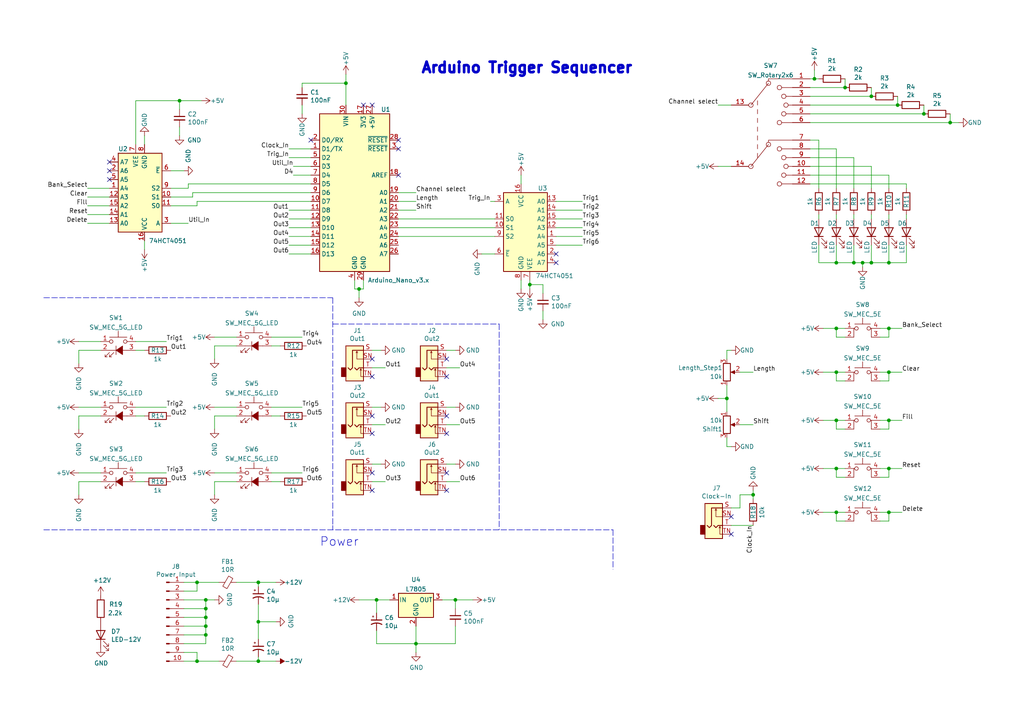
<source format=kicad_sch>
(kicad_sch (version 20211123) (generator eeschema)
  (paper "A4")
  (lib_symbols
    (symbol "74xx:74HCT4051"
      (property "Reference" "U" (at -5.08 11.43 0))
      (property "Value" "74HCT4051" (at -7.62 -13.97 0))
      (symbol "74HCT4051_1_1"
        (pin passive line (at 10.16 -2.54 180) (length 2.54) (name "A4") (number "1"))
        (pin input line (at -7.62 0 0) (length 2.54) (name "S1") (number "10"))
        (pin input line (at -7.62 2.54 0) (length 2.54) (name "S0") (number "11"))
        (pin passive line (at 10.16 0 180) (length 2.54) (name "A3") (number "12"))
        (pin passive line (at 10.16 7.62 180) (length 2.54) (name "A0") (number "13"))
        (pin passive line (at 10.16 5.08 180) (length 2.54) (name "A1") (number "14"))
        (pin passive line (at 10.16 2.54 180) (length 2.54) (name "A2") (number "15"))
        (pin power_in line (at 0 12.7 270) (length 2.54) (name "VCC") (number "16"))
        (pin passive line (at 10.16 -7.62 180) (length 2.54) (name "A6") (number "2"))
        (pin passive line (at -7.62 7.62 0) (length 2.54) (name "A") (number "3"))
        (pin passive line (at 10.16 -10.16 180) (length 2.54) (name "A7") (number "4"))
        (pin passive line (at 10.16 -5.08 180) (length 2.54) (name "A5") (number "5"))
        (pin input line (at -7.62 -7.62 0) (length 2.54) (name "~{E}") (number "6"))
        (pin power_in line (at 2.54 -15.24 90) (length 2.54) (name "VEE") (number "7"))
        (pin power_in line (at 0 -15.24 90) (length 2.54) (name "GND") (number "8"))
        (pin input line (at -7.62 -2.54 0) (length 2.54) (name "S2") (number "9"))
      )
    )
    (symbol "Connector:AudioJack2_Switch"
      (property "Reference" "J" (at 0 11.43 0))
      (property "Value" "AudioJack2_Switch" (at 0 8.89 0))
      (symbol "AudioJack2_Switch_1_1"
        (pin passive line (at 5.08 5.08 180) (length 2.54) (name "~") (number "S"))
        (pin passive line (at 5.08 2.54 180) (length 2.54) (name "~") (number "SN"))
        (pin passive line (at 5.08 0 180) (length 2.54) (name "~") (number "T"))
        (pin passive line (at 5.08 -2.54 180) (length 2.54) (name "~") (number "TN"))
      )
    )
    (symbol "Connector:Conn_01x10_Male" (pin_names (offset 1.016) hide)
      (property "Reference" "J" (at 0 12.7 0))
      (property "Value" "Conn_01x10_Male" (at 0 -15.24 0))
      (symbol "Conn_01x10_Male_1_1"
        (pin passive line (at 5.08 10.16 180) (length 3.81) (name "Pin_1") (number "1"))
        (pin passive line (at 5.08 -12.7 180) (length 3.81) (name "Pin_10") (number "10"))
        (pin passive line (at 5.08 7.62 180) (length 3.81) (name "Pin_2") (number "2"))
        (pin passive line (at 5.08 5.08 180) (length 3.81) (name "Pin_3") (number "3"))
        (pin passive line (at 5.08 2.54 180) (length 3.81) (name "Pin_4") (number "4"))
        (pin passive line (at 5.08 0 180) (length 3.81) (name "Pin_5") (number "5"))
        (pin passive line (at 5.08 -2.54 180) (length 3.81) (name "Pin_6") (number "6"))
        (pin passive line (at 5.08 -5.08 180) (length 3.81) (name "Pin_7") (number "7"))
        (pin passive line (at 5.08 -7.62 180) (length 3.81) (name "Pin_8") (number "8"))
        (pin passive line (at 5.08 -10.16 180) (length 3.81) (name "Pin_9") (number "9"))
      )
    )
    (symbol "Device:CP1_Small" (pin_numbers hide) (pin_names (offset 0.254) hide)
      (property "Reference" "C" (at 0.254 1.778 0))
      (property "Value" "Device_CP1_Small" (at 0.254 -2.032 0))
      (symbol "CP1_Small_1_1"
        (pin passive line (at 0 2.54 270) (length 2.032) (name "~") (number "1"))
        (pin passive line (at 0 -2.54 90) (length 2.032) (name "~") (number "2"))
      )
    )
    (symbol "Device:C_Small" (pin_numbers hide) (pin_names (offset 0.254) hide)
      (property "Reference" "C" (at 0.254 1.778 0))
      (property "Value" "C_Small" (at 0.254 -2.032 0))
      (symbol "C_Small_1_1"
        (pin passive line (at 0 2.54 270) (length 2.032) (name "~") (number "1"))
        (pin passive line (at 0 -2.54 90) (length 2.032) (name "~") (number "2"))
      )
    )
    (symbol "Device:Ferrite_Bead_Small" (pin_numbers hide) (pin_names (offset 0))
      (property "Reference" "FB" (at 1.905 1.27 0))
      (property "Value" "Device_Ferrite_Bead_Small" (at 1.905 -1.27 0))
      (symbol "Ferrite_Bead_Small_1_1"
        (pin passive line (at 0 2.54 270) (length 1.27) (name "~") (number "1"))
        (pin passive line (at 0 -2.54 90) (length 1.27) (name "~") (number "2"))
      )
    )
    (symbol "Device:LED" (pin_numbers hide) (pin_names (offset 1.016) hide)
      (property "Reference" "D" (at 0 2.54 0))
      (property "Value" "LED" (at 0 -2.54 0))
      (symbol "LED_1_1"
        (pin passive line (at -3.81 0 0) (length 2.54) (name "K") (number "1"))
        (pin passive line (at 3.81 0 180) (length 2.54) (name "A") (number "2"))
      )
    )
    (symbol "Device:R" (pin_numbers hide) (pin_names (offset 0))
      (property "Reference" "R" (at 2.032 0 90))
      (property "Value" "R" (at 0 0 90))
      (symbol "R_1_1"
        (pin passive line (at 0 3.81 270) (length 1.27) (name "~") (number "1"))
        (pin passive line (at 0 -3.81 90) (length 1.27) (name "~") (number "2"))
      )
    )
    (symbol "Device:R_POT" (pin_names (offset 1.016) hide)
      (property "Reference" "RV" (at -4.445 0 90))
      (property "Value" "Device_R_POT" (at -2.54 0 90))
      (symbol "R_POT_1_1"
        (pin passive line (at 0 3.81 270) (length 1.27) (name "1") (number "1"))
        (pin passive line (at 3.81 0 180) (length 1.27) (name "2") (number "2"))
        (pin passive line (at 0 -3.81 90) (length 1.27) (name "3") (number "3"))
      )
    )
    (symbol "MCU_Module:Arduino_Nano_v3.x"
      (property "Reference" "A" (at -10.16 23.495 0))
      (property "Value" "Arduino_Nano_v3.x" (at 5.08 -24.13 0))
      (symbol "Arduino_Nano_v3.x_1_1"
        (pin bidirectional line (at -12.7 12.7 0) (length 2.54) (name "D1/TX") (number "1"))
        (pin bidirectional line (at -12.7 -2.54 0) (length 2.54) (name "D7") (number "10"))
        (pin bidirectional line (at -12.7 -5.08 0) (length 2.54) (name "D8") (number "11"))
        (pin bidirectional line (at -12.7 -7.62 0) (length 2.54) (name "D9") (number "12"))
        (pin bidirectional line (at -12.7 -10.16 0) (length 2.54) (name "D10") (number "13"))
        (pin bidirectional line (at -12.7 -12.7 0) (length 2.54) (name "D11") (number "14"))
        (pin bidirectional line (at -12.7 -15.24 0) (length 2.54) (name "D12") (number "15"))
        (pin bidirectional line (at -12.7 -17.78 0) (length 2.54) (name "D13") (number "16"))
        (pin power_out line (at 2.54 25.4 270) (length 2.54) (name "3V3") (number "17"))
        (pin input line (at 12.7 5.08 180) (length 2.54) (name "AREF") (number "18"))
        (pin bidirectional line (at 12.7 0 180) (length 2.54) (name "A0") (number "19"))
        (pin bidirectional line (at -12.7 15.24 0) (length 2.54) (name "D0/RX") (number "2"))
        (pin bidirectional line (at 12.7 -2.54 180) (length 2.54) (name "A1") (number "20"))
        (pin bidirectional line (at 12.7 -5.08 180) (length 2.54) (name "A2") (number "21"))
        (pin bidirectional line (at 12.7 -7.62 180) (length 2.54) (name "A3") (number "22"))
        (pin bidirectional line (at 12.7 -10.16 180) (length 2.54) (name "A4") (number "23"))
        (pin bidirectional line (at 12.7 -12.7 180) (length 2.54) (name "A5") (number "24"))
        (pin bidirectional line (at 12.7 -15.24 180) (length 2.54) (name "A6") (number "25"))
        (pin bidirectional line (at 12.7 -17.78 180) (length 2.54) (name "A7") (number "26"))
        (pin power_out line (at 5.08 25.4 270) (length 2.54) (name "+5V") (number "27"))
        (pin input line (at 12.7 15.24 180) (length 2.54) (name "~{RESET}") (number "28"))
        (pin power_in line (at 2.54 -25.4 90) (length 2.54) (name "GND") (number "29"))
        (pin input line (at 12.7 12.7 180) (length 2.54) (name "~{RESET}") (number "3"))
        (pin power_in line (at -2.54 25.4 270) (length 2.54) (name "VIN") (number "30"))
        (pin power_in line (at 0 -25.4 90) (length 2.54) (name "GND") (number "4"))
        (pin bidirectional line (at -12.7 10.16 0) (length 2.54) (name "D2") (number "5"))
        (pin bidirectional line (at -12.7 7.62 0) (length 2.54) (name "D3") (number "6"))
        (pin bidirectional line (at -12.7 5.08 0) (length 2.54) (name "D4") (number "7"))
        (pin bidirectional line (at -12.7 2.54 0) (length 2.54) (name "D5") (number "8"))
        (pin bidirectional line (at -12.7 0 0) (length 2.54) (name "D6") (number "9"))
      )
    )
    (symbol "Regulator_Linear:L7805" (pin_names (offset 0.254))
      (property "Reference" "U" (at -3.81 3.175 0))
      (property "Value" "L7805" (at 0 3.175 0))
      (symbol "L7805_1_1"
        (pin power_in line (at -7.62 0 0) (length 2.54) (name "IN") (number "1"))
        (pin power_in line (at 0 -7.62 90) (length 2.54) (name "GND") (number "2"))
        (pin power_out line (at 7.62 0 180) (length 2.54) (name "OUT") (number "3"))
      )
    )
    (symbol "Switch:SW_MEC_5E" (pin_names (offset 1.016) hide)
      (property "Reference" "SW" (at 0.635 5.715 0))
      (property "Value" "SW_MEC_5E" (at 0 -3.175 0))
      (symbol "SW_MEC_5E_0_1"
        (pin passive line (at -5.08 2.54 0) (length 2.54) (name "1") (number "1"))
        (pin passive line (at -5.08 0 0) (length 2.54) (name "2") (number "2"))
        (pin passive line (at 5.08 0 180) (length 2.54) (name "K") (number "3"))
        (pin passive line (at 5.08 2.54 180) (length 2.54) (name "A") (number "4"))
      )
    )
    (symbol "Switch:SW_MEC_5G_LED" (pin_names (offset 1.016) hide)
      (property "Reference" "SW" (at 0.635 5.715 0))
      (property "Value" "SW_MEC_5G_LED" (at 0 -3.175 0))
      (symbol "SW_MEC_5G_LED_0_1"
        (pin passive line (at -5.08 2.54 0) (length 2.54) (name "1") (number "1"))
        (pin passive line (at -5.08 0 0) (length 2.54) (name "2") (number "2"))
        (pin passive line (at 5.08 0 180) (length 2.54) (name "K") (number "3"))
        (pin passive line (at 5.08 2.54 180) (length 2.54) (name "A") (number "4"))
      )
    )
    (symbol "Switch:SW_Rotary2x6" (pin_names (offset 1.016) hide)
      (property "Reference" "SW" (at 0 17.78 0))
      (property "Value" "SW_Rotary2x6" (at 0 -17.78 0))
      (symbol "SW_Rotary2x6_0_1"
        (pin passive line (at 12.7 15.24 180) (length 5.08) (name "1") (number "1"))
        (pin passive line (at 12.7 -10.16 180) (length 5.08) (name "10") (number "10"))
        (pin passive line (at 12.7 -12.7 180) (length 5.08) (name "11") (number "11"))
        (pin passive line (at 12.7 -15.24 180) (length 5.08) (name "12") (number "12"))
        (pin passive line (at -10.16 7.62 0) (length 5.08) (name "13") (number "13"))
        (pin passive line (at -10.16 -10.16 0) (length 5.08) (name "14") (number "14"))
        (pin passive line (at 12.7 12.7 180) (length 5.08) (name "2") (number "2"))
        (pin passive line (at 12.7 10.16 180) (length 5.08) (name "3") (number "3"))
        (pin passive line (at 12.7 7.62 180) (length 5.08) (name "4") (number "4"))
        (pin passive line (at 12.7 5.08 180) (length 5.08) (name "5") (number "5"))
        (pin passive line (at 12.7 2.54 180) (length 5.08) (name "6") (number "6"))
        (pin passive line (at 12.7 -2.54 180) (length 5.08) (name "7") (number "7"))
        (pin passive line (at 12.7 -5.08 180) (length 5.08) (name "8") (number "8"))
        (pin passive line (at 12.7 -7.62 180) (length 5.08) (name "9") (number "9"))
      )
    )
    (symbol "power:+12V" (power) (pin_names (offset 0))
      (property "Value" "+12V" (at 0 3.556 0))
      (symbol "+12V_1_1"
        (pin power_in line (at 0 0 90) (length 0) hide (name "+12V") (number "1"))
      )
    )
    (symbol "power:+5V" (power) (pin_names (offset 0))
      (property "Value" "+5V" (at 0 3.556 0))
      (symbol "+5V_1_1"
        (pin power_in line (at 0 0 90) (length 0) hide (name "+5V") (number "1"))
      )
    )
    (symbol "power:-12V" (power) (pin_names (offset 0))
      (property "Value" "-12V" (at 0 3.81 0))
      (symbol "-12V_0_0"
        (pin power_in line (at 0 0 90) (length 0) hide (name "-12V") (number "1"))
      )
    )
    (symbol "power:GND" (power) (pin_names (offset 0))
      (property "Value" "GND" (at 0 -3.81 0))
      (symbol "GND_1_1"
        (pin power_in line (at 0 0 270) (length 0) hide (name "GND") (number "1"))
      )
    )
  )
  (junction (at 257.81 135.89))
  (junction (at 104.14 83.82))
  (junction (at 59.69 181.61))
  (junction (at 245.11 25.4))
  (junction (at 74.93 168.91))
  (junction (at 74.93 180.34))
  (junction (at 218.44 143.51))
  (junction (at 210.82 115.57))
  (junction (at 242.57 107.95))
  (junction (at 236.22 22.86))
  (junction (at 109.22 173.99))
  (junction (at 74.93 191.77))
  (junction (at 257.81 95.25))
  (junction (at 59.69 176.53))
  (junction (at 242.57 76.2))
  (junction (at 252.73 76.2))
  (junction (at 247.65 76.2))
  (junction (at 242.57 95.25))
  (junction (at 57.15 168.91))
  (junction (at 252.73 27.94))
  (junction (at 59.69 179.07))
  (junction (at 59.69 184.15))
  (junction (at 250.19 76.2))
  (junction (at 132.08 173.99))
  (junction (at 242.57 135.89))
  (junction (at 57.15 191.77))
  (junction (at 120.65 186.69))
  (junction (at 52.07 29.21))
  (junction (at 275.59 35.56))
  (junction (at 257.81 148.59))
  (junction (at 267.97 33.02))
  (junction (at 100.33 24.13))
  (junction (at 257.81 121.92))
  (junction (at 153.67 82.55))
  (junction (at 260.35 30.48))
  (junction (at 242.57 148.59))
  (junction (at 59.69 173.99))
  (junction (at 257.81 107.95))
  (junction (at 257.81 76.2))
  (junction (at 242.57 121.92))
  (no_connect (at 107.95 142.24))
  (no_connect (at 129.54 125.73))
  (no_connect (at 107.95 120.65))
  (no_connect (at 212.09 149.86))
  (no_connect (at 212.09 154.94))
  (no_connect (at 115.57 50.8))
  (no_connect (at 129.54 109.22))
  (no_connect (at 107.95 137.16))
  (no_connect (at 115.57 43.18))
  (no_connect (at 115.57 40.64))
  (no_connect (at 105.41 30.48))
  (no_connect (at 107.95 125.73))
  (no_connect (at 129.54 137.16))
  (no_connect (at 161.29 73.66))
  (no_connect (at 161.29 76.2))
  (no_connect (at 31.75 46.99))
  (no_connect (at 31.75 49.53))
  (no_connect (at 31.75 52.07))
  (no_connect (at 90.17 40.64))
  (no_connect (at 129.54 104.14))
  (no_connect (at 129.54 120.65))
  (no_connect (at 129.54 142.24))
  (no_connect (at 107.95 30.48))
  (no_connect (at 107.95 104.14))
  (no_connect (at 107.95 109.22))
  (wire (pts (xy 83.82 43.18) (xy 90.17 43.18)))
  (wire (pts (xy 242.57 135.89) (xy 242.57 138.43)))
  (wire (pts (xy 107.95 118.11) (xy 110.49 118.11)))
  (wire (pts (xy 57.15 191.77) (xy 63.5 191.77)))
  (wire (pts (xy 218.44 143.51) (xy 218.44 142.24)))
  (wire (pts (xy 236.22 20.32) (xy 236.22 22.86)))
  (wire (pts (xy 234.95 40.64) (xy 237.49 40.64)))
  (wire (pts (xy 53.34 189.23) (xy 57.15 189.23)))
  (wire (pts (xy 161.29 63.5) (xy 168.91 63.5)))
  (wire (pts (xy 74.93 180.34) (xy 80.01 180.34)))
  (wire (pts (xy 78.74 97.79) (xy 87.63 97.79)))
  (wire (pts (xy 74.93 168.91) (xy 80.01 168.91)))
  (wire (pts (xy 22.86 118.11) (xy 29.21 118.11)))
  (wire (pts (xy 78.74 100.33) (xy 81.28 100.33)))
  (wire (pts (xy 255.27 107.95) (xy 257.81 107.95)))
  (polyline (pts (xy 96.52 86.36) (xy 96.52 152.4)))
  (wire (pts (xy 25.4 59.69) (xy 31.75 59.69)))
  (wire (pts (xy 242.57 110.49) (xy 245.11 110.49)))
  (wire (pts (xy 53.34 191.77) (xy 57.15 191.77)))
  (polyline (pts (xy 144.78 93.98) (xy 144.78 153.67)))
  (wire (pts (xy 242.57 43.18) (xy 242.57 54.61)))
  (wire (pts (xy 87.63 25.4) (xy 87.63 24.13)))
  (wire (pts (xy 78.74 118.11) (xy 87.63 118.11)))
  (wire (pts (xy 57.15 58.42) (xy 57.15 59.69)))
  (wire (pts (xy 250.19 76.2) (xy 252.73 76.2)))
  (wire (pts (xy 78.74 120.65) (xy 81.28 120.65)))
  (wire (pts (xy 53.34 176.53) (xy 59.69 176.53)))
  (wire (pts (xy 247.65 62.23) (xy 247.65 63.5)))
  (wire (pts (xy 55.88 57.15) (xy 55.88 55.88)))
  (wire (pts (xy 83.82 68.58) (xy 90.17 68.58)))
  (wire (pts (xy 252.73 25.4) (xy 252.73 27.94)))
  (wire (pts (xy 237.49 76.2) (xy 242.57 76.2)))
  (wire (pts (xy 105.41 83.82) (xy 104.14 83.82)))
  (wire (pts (xy 120.65 186.69) (xy 109.22 186.69)))
  (wire (pts (xy 120.65 186.69) (xy 120.65 189.23)))
  (wire (pts (xy 62.23 97.79) (xy 68.58 97.79)))
  (wire (pts (xy 214.63 123.19) (xy 218.44 123.19)))
  (wire (pts (xy 132.08 181.61) (xy 132.08 186.69)))
  (wire (pts (xy 218.44 144.78) (xy 218.44 143.51)))
  (wire (pts (xy 68.58 100.33) (xy 62.23 100.33)))
  (wire (pts (xy 262.89 71.12) (xy 262.89 76.2)))
  (wire (pts (xy 245.11 22.86) (xy 245.11 25.4)))
  (wire (pts (xy 78.74 139.7) (xy 81.28 139.7)))
  (polyline (pts (xy 96.52 152.4) (xy 96.52 153.67)))
  (wire (pts (xy 257.81 110.49) (xy 257.81 107.95)))
  (wire (pts (xy 129.54 118.11) (xy 132.08 118.11)))
  (wire (pts (xy 153.67 82.55) (xy 157.48 82.55)))
  (wire (pts (xy 210.82 127) (xy 210.82 129.54)))
  (wire (pts (xy 247.65 45.72) (xy 247.65 54.61)))
  (wire (pts (xy 29.21 101.6) (xy 22.86 101.6)))
  (wire (pts (xy 49.53 57.15) (xy 55.88 57.15)))
  (wire (pts (xy 83.82 45.72) (xy 90.17 45.72)))
  (wire (pts (xy 90.17 53.34) (xy 54.61 53.34)))
  (wire (pts (xy 214.63 147.32) (xy 214.63 143.51)))
  (wire (pts (xy 53.34 181.61) (xy 59.69 181.61)))
  (wire (pts (xy 255.27 95.25) (xy 257.81 95.25)))
  (wire (pts (xy 132.08 173.99) (xy 137.16 173.99)))
  (wire (pts (xy 257.81 138.43) (xy 257.81 135.89)))
  (wire (pts (xy 242.57 95.25) (xy 242.57 97.79)))
  (wire (pts (xy 49.53 49.53) (xy 53.34 49.53)))
  (wire (pts (xy 57.15 168.91) (xy 63.5 168.91)))
  (wire (pts (xy 210.82 104.14) (xy 210.82 101.6)))
  (wire (pts (xy 157.48 82.55) (xy 157.48 85.09)))
  (wire (pts (xy 242.57 148.59) (xy 245.11 148.59)))
  (wire (pts (xy 133.35 139.7) (xy 129.54 139.7)))
  (wire (pts (xy 161.29 60.96) (xy 168.91 60.96)))
  (wire (pts (xy 267.97 30.48) (xy 267.97 33.02)))
  (wire (pts (xy 83.82 66.04) (xy 90.17 66.04)))
  (wire (pts (xy 25.4 64.77) (xy 31.75 64.77)))
  (wire (pts (xy 153.67 82.55) (xy 153.67 83.82)))
  (wire (pts (xy 53.34 184.15) (xy 59.69 184.15)))
  (wire (pts (xy 25.4 62.23) (xy 31.75 62.23)))
  (wire (pts (xy 214.63 143.51) (xy 218.44 143.51)))
  (wire (pts (xy 129.54 101.6) (xy 132.08 101.6)))
  (wire (pts (xy 242.57 107.95) (xy 242.57 110.49)))
  (wire (pts (xy 52.07 29.21) (xy 52.07 31.75)))
  (wire (pts (xy 39.37 139.7) (xy 41.91 139.7)))
  (wire (pts (xy 115.57 60.96) (xy 120.65 60.96)))
  (wire (pts (xy 210.82 101.6) (xy 212.09 101.6)))
  (wire (pts (xy 25.4 57.15) (xy 31.75 57.15)))
  (wire (pts (xy 22.86 99.06) (xy 29.21 99.06)))
  (wire (pts (xy 255.27 97.79) (xy 257.81 97.79)))
  (wire (pts (xy 109.22 173.99) (xy 113.03 173.99)))
  (wire (pts (xy 151.13 81.28) (xy 151.13 83.82)))
  (wire (pts (xy 39.37 101.6) (xy 41.91 101.6)))
  (wire (pts (xy 257.81 97.79) (xy 257.81 95.25)))
  (wire (pts (xy 161.29 71.12) (xy 168.91 71.12)))
  (wire (pts (xy 104.14 173.99) (xy 109.22 173.99)))
  (wire (pts (xy 120.65 181.61) (xy 120.65 186.69)))
  (wire (pts (xy 257.81 107.95) (xy 261.62 107.95)))
  (wire (pts (xy 234.95 33.02) (xy 267.97 33.02)))
  (wire (pts (xy 234.95 22.86) (xy 236.22 22.86)))
  (wire (pts (xy 29.21 139.7) (xy 22.86 139.7)))
  (wire (pts (xy 255.27 138.43) (xy 257.81 138.43)))
  (wire (pts (xy 100.33 24.13) (xy 100.33 30.48)))
  (wire (pts (xy 132.08 186.69) (xy 120.65 186.69)))
  (wire (pts (xy 54.61 54.61) (xy 49.53 54.61)))
  (wire (pts (xy 54.61 64.77) (xy 49.53 64.77)))
  (wire (pts (xy 275.59 35.56) (xy 275.59 33.02)))
  (wire (pts (xy 242.57 135.89) (xy 245.11 135.89)))
  (wire (pts (xy 257.81 135.89) (xy 261.62 135.89)))
  (wire (pts (xy 242.57 138.43) (xy 245.11 138.43)))
  (wire (pts (xy 234.95 35.56) (xy 275.59 35.56)))
  (wire (pts (xy 111.76 123.19) (xy 107.95 123.19)))
  (wire (pts (xy 104.14 86.36) (xy 104.14 83.82)))
  (wire (pts (xy 242.57 62.23) (xy 242.57 63.5)))
  (wire (pts (xy 115.57 58.42) (xy 120.65 58.42)))
  (wire (pts (xy 212.09 147.32) (xy 214.63 147.32)))
  (wire (pts (xy 275.59 35.56) (xy 278.13 35.56)))
  (wire (pts (xy 68.58 168.91) (xy 74.93 168.91)))
  (wire (pts (xy 52.07 29.21) (xy 39.37 29.21)))
  (wire (pts (xy 255.27 135.89) (xy 257.81 135.89)))
  (wire (pts (xy 107.95 101.6) (xy 110.49 101.6)))
  (wire (pts (xy 54.61 53.34) (xy 54.61 54.61)))
  (wire (pts (xy 74.93 175.26) (xy 74.93 180.34)))
  (wire (pts (xy 100.33 21.59) (xy 100.33 24.13)))
  (wire (pts (xy 210.82 129.54) (xy 212.09 129.54)))
  (wire (pts (xy 161.29 58.42) (xy 168.91 58.42)))
  (wire (pts (xy 74.93 170.18) (xy 74.93 168.91)))
  (wire (pts (xy 260.35 27.94) (xy 260.35 30.48)))
  (wire (pts (xy 255.27 110.49) (xy 257.81 110.49)))
  (wire (pts (xy 151.13 53.34) (xy 151.13 50.8)))
  (wire (pts (xy 257.81 71.12) (xy 257.81 76.2)))
  (wire (pts (xy 83.82 63.5) (xy 90.17 63.5)))
  (wire (pts (xy 115.57 68.58) (xy 143.51 68.58)))
  (wire (pts (xy 234.95 48.26) (xy 252.73 48.26)))
  (wire (pts (xy 255.27 121.92) (xy 257.81 121.92)))
  (wire (pts (xy 74.93 191.77) (xy 80.01 191.77)))
  (wire (pts (xy 212.09 152.4) (xy 218.44 152.4)))
  (wire (pts (xy 257.81 148.59) (xy 261.62 148.59)))
  (wire (pts (xy 252.73 48.26) (xy 252.73 54.61)))
  (wire (pts (xy 252.73 71.12) (xy 252.73 76.2)))
  (wire (pts (xy 68.58 120.65) (xy 62.23 120.65)))
  (wire (pts (xy 242.57 124.46) (xy 245.11 124.46)))
  (wire (pts (xy 238.76 148.59) (xy 242.57 148.59)))
  (wire (pts (xy 242.57 121.92) (xy 245.11 121.92)))
  (wire (pts (xy 238.76 135.89) (xy 242.57 135.89)))
  (wire (pts (xy 214.63 107.95) (xy 218.44 107.95)))
  (wire (pts (xy 238.76 107.95) (xy 242.57 107.95)))
  (wire (pts (xy 262.89 53.34) (xy 262.89 54.61)))
  (polyline (pts (xy 177.8 153.67) (xy 177.8 165.1)))
  (wire (pts (xy 262.89 62.23) (xy 262.89 63.5)))
  (polyline (pts (xy 12.7 86.36) (xy 96.52 86.36)))
  (wire (pts (xy 29.21 120.65) (xy 22.86 120.65)))
  (wire (pts (xy 59.69 176.53) (xy 59.69 179.07)))
  (wire (pts (xy 115.57 63.5) (xy 143.51 63.5)))
  (wire (pts (xy 257.81 62.23) (xy 257.81 63.5)))
  (wire (pts (xy 262.89 76.2) (xy 257.81 76.2)))
  (wire (pts (xy 83.82 71.12) (xy 90.17 71.12)))
  (wire (pts (xy 59.69 184.15) (xy 59.69 181.61)))
  (wire (pts (xy 234.95 53.34) (xy 262.89 53.34)))
  (wire (pts (xy 257.81 121.92) (xy 261.62 121.92)))
  (wire (pts (xy 59.69 173.99) (xy 59.69 176.53)))
  (wire (pts (xy 234.95 43.18) (xy 242.57 43.18)))
  (wire (pts (xy 237.49 40.64) (xy 237.49 54.61)))
  (wire (pts (xy 234.95 30.48) (xy 260.35 30.48)))
  (wire (pts (xy 62.23 118.11) (xy 68.58 118.11)))
  (wire (pts (xy 39.37 120.65) (xy 41.91 120.65)))
  (polyline (pts (xy 12.7 153.67) (xy 177.8 153.67)))
  (wire (pts (xy 78.74 137.16) (xy 87.63 137.16)))
  (wire (pts (xy 109.22 186.69) (xy 109.22 182.88)))
  (wire (pts (xy 59.69 179.07) (xy 53.34 179.07)))
  (wire (pts (xy 257.81 54.61) (xy 257.81 50.8)))
  (wire (pts (xy 242.57 95.25) (xy 245.11 95.25)))
  (wire (pts (xy 133.35 106.68) (xy 129.54 106.68)))
  (wire (pts (xy 236.22 22.86) (xy 237.49 22.86)))
  (wire (pts (xy 242.57 76.2) (xy 247.65 76.2)))
  (wire (pts (xy 115.57 66.04) (xy 143.51 66.04)))
  (wire (pts (xy 257.81 76.2) (xy 252.73 76.2)))
  (wire (pts (xy 242.57 97.79) (xy 245.11 97.79)))
  (wire (pts (xy 237.49 71.12) (xy 237.49 76.2)))
  (wire (pts (xy 39.37 99.06) (xy 48.26 99.06)))
  (wire (pts (xy 208.28 30.48) (xy 212.09 30.48)))
  (wire (pts (xy 238.76 121.92) (xy 242.57 121.92)))
  (wire (pts (xy 242.57 151.13) (xy 245.11 151.13)))
  (wire (pts (xy 41.91 69.85) (xy 41.91 72.39)))
  (wire (pts (xy 107.95 134.62) (xy 110.49 134.62)))
  (wire (pts (xy 143.51 73.66) (xy 139.7 73.66)))
  (wire (pts (xy 255.27 124.46) (xy 257.81 124.46)))
  (wire (pts (xy 87.63 24.13) (xy 100.33 24.13)))
  (wire (pts (xy 62.23 137.16) (xy 68.58 137.16)))
  (wire (pts (xy 62.23 120.65) (xy 62.23 124.46)))
  (wire (pts (xy 87.63 30.48) (xy 87.63 33.02)))
  (wire (pts (xy 208.28 115.57) (xy 210.82 115.57)))
  (wire (pts (xy 161.29 66.04) (xy 168.91 66.04)))
  (polyline (pts (xy 96.52 93.98) (xy 144.78 93.98)))
  (wire (pts (xy 102.87 81.28) (xy 102.87 83.82)))
  (wire (pts (xy 242.57 107.95) (xy 245.11 107.95)))
  (wire (pts (xy 105.41 81.28) (xy 105.41 83.82)))
  (wire (pts (xy 157.48 90.17) (xy 157.48 92.71)))
  (wire (pts (xy 59.69 186.69) (xy 59.69 184.15)))
  (wire (pts (xy 55.88 55.88) (xy 90.17 55.88)))
  (wire (pts (xy 53.34 171.45) (xy 57.15 171.45)))
  (wire (pts (xy 234.95 25.4) (xy 245.11 25.4)))
  (wire (pts (xy 41.91 41.91) (xy 41.91 39.37)))
  (wire (pts (xy 234.95 27.94) (xy 252.73 27.94)))
  (wire (pts (xy 83.82 73.66) (xy 90.17 73.66)))
  (wire (pts (xy 22.86 137.16) (xy 29.21 137.16)))
  (wire (pts (xy 257.81 151.13) (xy 257.81 148.59)))
  (wire (pts (xy 90.17 58.42) (xy 57.15 58.42)))
  (wire (pts (xy 255.27 148.59) (xy 257.81 148.59)))
  (wire (pts (xy 53.34 186.69) (xy 59.69 186.69)))
  (wire (pts (xy 39.37 137.16) (xy 48.26 137.16)))
  (wire (pts (xy 52.07 36.83) (xy 52.07 39.37)))
  (wire (pts (xy 142.24 58.42) (xy 143.51 58.42)))
  (wire (pts (xy 237.49 62.23) (xy 237.49 63.5)))
  (wire (pts (xy 68.58 191.77) (xy 74.93 191.77)))
  (wire (pts (xy 242.57 71.12) (xy 242.57 76.2)))
  (wire (pts (xy 242.57 121.92) (xy 242.57 124.46)))
  (wire (pts (xy 210.82 115.57) (xy 210.82 111.76)))
  (wire (pts (xy 62.23 173.99) (xy 59.69 173.99)))
  (wire (pts (xy 39.37 29.21) (xy 39.37 41.91)))
  (wire (pts (xy 25.4 54.61) (xy 31.75 54.61)))
  (wire (pts (xy 153.67 81.28) (xy 153.67 82.55)))
  (wire (pts (xy 22.86 101.6) (xy 22.86 105.41)))
  (wire (pts (xy 129.54 134.62) (xy 132.08 134.62)))
  (wire (pts (xy 57.15 171.45) (xy 57.15 168.91)))
  (wire (pts (xy 133.35 123.19) (xy 129.54 123.19)))
  (wire (pts (xy 53.34 168.91) (xy 57.15 168.91)))
  (wire (pts (xy 115.57 55.88) (xy 120.65 55.88)))
  (wire (pts (xy 104.14 83.82) (xy 102.87 83.82)))
  (wire (pts (xy 109.22 173.99) (xy 109.22 177.8)))
  (wire (pts (xy 128.27 173.99) (xy 132.08 173.99)))
  (wire (pts (xy 74.93 180.34) (xy 74.93 185.42)))
  (wire (pts (xy 234.95 45.72) (xy 247.65 45.72)))
  (wire (pts (xy 22.86 139.7) (xy 22.86 143.51)))
  (wire (pts (xy 22.86 120.65) (xy 22.86 124.46)))
  (wire (pts (xy 234.95 50.8) (xy 257.81 50.8)))
  (wire (pts (xy 247.65 71.12) (xy 247.65 76.2)))
  (wire (pts (xy 39.37 118.11) (xy 48.26 118.11)))
  (wire (pts (xy 132.08 173.99) (xy 132.08 176.53)))
  (wire (pts (xy 257.81 124.46) (xy 257.81 121.92)))
  (wire (pts (xy 85.09 48.26) (xy 90.17 48.26)))
  (wire (pts (xy 53.34 173.99) (xy 59.69 173.99)))
  (wire (pts (xy 242.57 148.59) (xy 242.57 151.13)))
  (wire (pts (xy 111.76 106.68) (xy 107.95 106.68)))
  (wire (pts (xy 83.82 60.96) (xy 90.17 60.96)))
  (wire (pts (xy 247.65 76.2) (xy 250.19 76.2)))
  (wire (pts (xy 68.58 139.7) (xy 62.23 139.7)))
  (wire (pts (xy 238.76 95.25) (xy 242.57 95.25)))
  (wire (pts (xy 58.42 29.21) (xy 52.07 29.21)))
  (wire (pts (xy 85.09 50.8) (xy 90.17 50.8)))
  (wire (pts (xy 257.81 95.25) (xy 261.62 95.25)))
  (wire (pts (xy 57.15 59.69) (xy 49.53 59.69)))
  (wire (pts (xy 59.69 181.61) (xy 59.69 179.07)))
  (wire (pts (xy 57.15 189.23) (xy 57.15 191.77)))
  (wire (pts (xy 250.19 76.2) (xy 250.19 77.47)))
  (wire (pts (xy 111.76 139.7) (xy 107.95 139.7)))
  (wire (pts (xy 210.82 119.38) (xy 210.82 115.57)))
  (wire (pts (xy 74.93 190.5) (xy 74.93 191.77)))
  (wire (pts (xy 252.73 62.23) (xy 252.73 63.5)))
  (wire (pts (xy 208.28 48.26) (xy 212.09 48.26)))
  (wire (pts (xy 161.29 68.58) (xy 168.91 68.58)))
  (wire (pts (xy 62.23 100.33) (xy 62.23 104.14)))
  (wire (pts (xy 62.23 139.7) (xy 62.23 143.51)))
  (wire (pts (xy 255.27 151.13) (xy 257.81 151.13)))
  (text "Power" (at 92.71 158.75 0) (effects (font (size 2.54 2.54)) (justify left bottom)))
  (text "Arduino Trigger Sequencer" (at 121.92 21.59 0) (effects (font (size 3.048 3.048) (thickness 2.032) bold) (justify left bottom)))
  (label "Trig5" (at 168.91 68.58 0))
  (label "Trig6" (at 168.91 71.12 0))
  (label "Trig4" (at 168.91 66.04 0))
  (label "Fill" (at 25.4 59.69 180))
  (label "Util_In" (at 54.61 64.77 0))
  (label "Trig4" (at 87.63 97.79 0))
  (label "Shift" (at 120.65 60.96 0))
  (label "Out1" (at 49.53 101.6 0))
  (label "Trig3" (at 48.26 137.16 0))
  (label "Util_In" (at 85.09 48.26 180))
  (label "Trig5" (at 87.63 118.11 0))
  (label "Trig_In" (at 83.82 45.72 180))
  (label "Trig3" (at 168.91 63.5 0))
  (label "Clock_In" (at 83.82 43.18 180))
  (label "Out1" (at 83.82 60.96 180))
  (label "Trig1" (at 48.26 99.06 0))
  (label "Trig2" (at 48.26 118.11 0))
  (label "Fill" (at 261.62 121.92 0))
  (label "Length" (at 218.44 107.95 0))
  (label "Out3" (at 83.82 66.04 180))
  (label "Channel select" (at 120.65 55.88 0))
  (label "Delete" (at 25.4 64.77 180))
  (label "Trig6" (at 87.63 137.16 0))
  (label "Out4" (at 88.9 100.33 0))
  (label "Length" (at 120.65 58.42 0))
  (label "Out2" (at 83.82 63.5 180))
  (label "Trig_In" (at 142.24 58.42 180))
  (label "Out5" (at 88.9 120.65 0))
  (label "Out4" (at 133.35 106.68 0))
  (label "Out2" (at 111.76 123.19 0))
  (label "Bank_Select" (at 261.62 95.25 0))
  (label "Delete" (at 261.62 148.59 0))
  (label "Out1" (at 111.76 106.68 0))
  (label "Out3" (at 49.53 139.7 0))
  (label "Shift" (at 218.44 123.19 0))
  (label "D4" (at 85.09 50.8 180))
  (label "Out3" (at 111.76 139.7 0))
  (label "Out6" (at 133.35 139.7 0))
  (label "Out4" (at 83.82 68.58 180))
  (label "Trig2" (at 168.91 60.96 0))
  (label "Out5" (at 133.35 123.19 0))
  (label "Reset" (at 261.62 135.89 0))
  (label "Clear" (at 261.62 107.95 0))
  (label "Bank_Select" (at 25.4 54.61 180))
  (label "Trig1" (at 168.91 58.42 0))
  (label "Reset" (at 25.4 62.23 180))
  (label "Out5" (at 83.82 71.12 180))
  (label "Out6" (at 88.9 139.7 0))
  (label "Channel select" (at 208.28 30.48 180))
  (label "Clock_In" (at 218.44 152.4 270))
  (label "Out6" (at 83.82 73.66 180))
  (label "Clear" (at 25.4 57.15 180))
  (label "Out2" (at 49.53 120.65 0))
  (symbol (lib_id "Switch:SW_MEC_5E") (at 250.19 97.79 0) (unit 1)
    (property "Reference" "SW8" (at 250.19 88.3625 0))
    (property "Value" "SW_MEC_5E" (at 250.19 91.1376 0))
    (property "Datasheet" "http://www.apem.com/int/index.php?controller=attachment&id_attachment=1371" (effects hide))
  )
  (symbol (lib_id "Device:LED") (at 29.21 184.15 90) (unit 1)
    (property "Reference" "D7" (at 32.2072 183.1594 90) (effects (justify right)))
    (property "Value" "LED-12V" (at 32.2072 185.4708 90) (effects (justify right)))
    (property "Footprint" "LED_THT:LED_D4.0mm" (effects hide))
  )
  (symbol (lib_id "power:+5V") (at 22.86 99.06 90) (unit 1)
    (property "Reference" "#PWR020" (effects hide))
    (property "Value" "+5V" (at 20.32 99.06 90) (effects (justify left)))
  )
  (symbol (lib_id "power:GND") (at 110.49 134.62 90) (unit 1)
    (property "Reference" "#PWR036" (effects hide))
    (property "Value" "GND" (at 115.57 134.62 90))
  )
  (symbol (lib_id "power:+5V") (at 208.28 48.26 90) (unit 1)
    (property "Reference" "#PWR08" (effects hide))
    (property "Value" "+5V" (at 205.74 48.26 90) (effects (justify left)))
  )
  (symbol (lib_id "Device:R") (at 256.54 27.94 90) (unit 1)
    (property "Reference" "R3" (at 256.54 22.6822 90))
    (property "Value" "2k" (at 256.54 24.9936 90))
    (property "Footprint" "Resistor_THT:R_Axial_DIN0207_L6.3mm_D2.5mm_P10.16mm_Horizontal" (effects hide))
  )
  (symbol (lib_id "Switch:SW_MEC_5G_LED") (at 34.29 120.65 0) (unit 1)
    (property "Reference" "SW2" (at 33.655 111.2225 0))
    (property "Value" "SW_MEC_5G_LED" (at 33.655 113.9976 0))
    (property "Datasheet" "http://www.apem.com/int/index.php?controller=attachment&id_attachment=488" (effects hide))
  )
  (symbol (lib_id "Regulator_Linear:L7805") (at 120.65 173.99 0) (unit 1)
    (property "Reference" "U4" (at 120.65 168.1185 0))
    (property "Value" "L7805" (at 120.65 170.8936 0))
    (property "Footprint" "Package_TO_SOT_THT:TO-220-3_Horizontal_TabDown" (effects hide))
    (property "Datasheet" "http://www.st.com/content/ccc/resource/technical/document/datasheet/41/4f/b3/b0/12/d4/47/88/CD00000444.pdf/files/CD00000444.pdf/jcr:content/translations/en.CD00000444.pdf" (effects hide))
  )
  (symbol (lib_id "power:GND") (at 132.08 118.11 90) (unit 1)
    (property "Reference" "#PWR031" (effects hide))
    (property "Value" "GND" (at 137.16 118.11 90))
  )
  (symbol (lib_id "Device:R") (at 257.81 58.42 180) (unit 1)
    (property "Reference" "R10" (at 257.81 58.42 90))
    (property "Value" "1k" (at 255.27 58.42 90))
    (property "Footprint" "Resistor_THT:R_Axial_DIN0207_L6.3mm_D2.5mm_P10.16mm_Horizontal" (effects hide))
  )
  (symbol (lib_id "Device:Ferrite_Bead_Small") (at 66.04 168.91 270) (unit 1)
    (property "Reference" "FB1" (at 66.04 162.8902 90))
    (property "Value" "10R" (at 66.04 165.2016 90))
    (property "Footprint" "Inductor_THT:L_Axial_L9.5mm_D4.0mm_P12.70mm_Horizontal_Fastron_SMCC" (effects hide))
  )
  (symbol (lib_id "power:GND") (at 22.86 143.51 0) (unit 1)
    (property "Reference" "#PWR042" (effects hide))
    (property "Value" "GND" (at 22.86 147.32 90) (effects (justify right)))
  )
  (symbol (lib_id "power:GND") (at 62.23 124.46 0) (unit 1)
    (property "Reference" "#PWR034" (effects hide))
    (property "Value" "GND" (at 62.23 128.27 90) (effects (justify right)))
  )
  (symbol (lib_id "power:+5V") (at 58.42 29.21 270) (unit 1)
    (property "Reference" "#PWR03" (effects hide))
    (property "Value" "+5V" (at 60.96 29.21 90) (effects (justify left)))
  )
  (symbol (lib_id "power:GND") (at 157.48 92.71 0) (unit 1)
    (property "Reference" "#PWR017" (effects hide))
    (property "Value" "GND" (at 163.83 93.98 0) (effects (justify right)))
  )
  (symbol (lib_id "Device:R") (at 264.16 30.48 90) (unit 1)
    (property "Reference" "R4" (at 264.16 25.2222 90))
    (property "Value" "2k" (at 264.16 27.5336 90))
    (property "Footprint" "Resistor_THT:R_Axial_DIN0207_L6.3mm_D2.5mm_P10.16mm_Horizontal" (effects hide))
  )
  (symbol (lib_id "Connector:AudioJack2_Switch") (at 124.46 106.68 0) (unit 1)
    (property "Reference" "J2" (at 125.2728 95.885 0))
    (property "Value" "Out2" (at 125.2728 98.1964 0))
    (property "Footprint" "Connector_Audio:Jack_3.5mm_QingPu_WQP-PJ398SM_Vertical_CircularHoles" (effects hide))
  )
  (symbol (lib_id "Device:R") (at 45.72 120.65 90) (unit 1)
    (property "Reference" "R14" (at 45.72 120.65 90))
    (property "Value" "1k" (at 45.72 123.19 90))
    (property "Footprint" "Resistor_THT:R_Axial_DIN0207_L6.3mm_D2.5mm_P10.16mm_Horizontal" (effects hide))
  )
  (symbol (lib_id "Device:R") (at 242.57 58.42 180) (unit 1)
    (property "Reference" "R7" (at 242.57 58.42 90))
    (property "Value" "1k" (at 240.03 58.42 90))
    (property "Footprint" "Resistor_THT:R_Axial_DIN0207_L6.3mm_D2.5mm_P10.16mm_Horizontal" (effects hide))
  )
  (symbol (lib_id "power:+5V") (at 238.76 135.89 90) (unit 1)
    (property "Reference" "#PWR038" (effects hide))
    (property "Value" "+5V" (at 236.22 135.89 90) (effects (justify left)))
  )
  (symbol (lib_id "Device:LED") (at 237.49 67.31 90) (unit 1)
    (property "Reference" "D1" (at 234.95 64.77 90) (effects (justify right)))
    (property "Value" "LED" (at 236.22 69.85 0) (effects (justify right)))
    (property "Footprint" "LED_THT:LED_D4.0mm" (effects hide))
  )
  (symbol (lib_id "Device:CP1_Small") (at 74.93 172.72 0) (unit 1)
    (property "Reference" "C4" (at 77.2414 171.5516 0) (effects (justify left)))
    (property "Value" "10µ" (at 77.2414 173.863 0) (effects (justify left)))
    (property "Footprint" "Capacitor_THT:CP_Radial_D5.0mm_P2.00mm" (effects hide))
  )
  (symbol (lib_id "Device:Ferrite_Bead_Small") (at 66.04 191.77 270) (unit 1)
    (property "Reference" "FB2" (at 66.04 185.7502 90))
    (property "Value" "10R" (at 66.04 188.0616 90))
    (property "Footprint" "Inductor_THT:L_Axial_L9.5mm_D4.0mm_P12.70mm_Horizontal_Fastron_SMCC" (effects hide))
  )
  (symbol (lib_id "power:GND") (at 212.09 101.6 90) (unit 1)
    (property "Reference" "#PWR023" (effects hide))
    (property "Value" "GND" (at 214.63 101.6 90) (effects (justify right)))
  )
  (symbol (lib_id "74xx:74HCT4051") (at 41.91 57.15 180) (unit 1)
    (property "Reference" "U2" (at 34.29 43.18 0) (effects (justify right)))
    (property "Value" "74HCT4051" (at 43.18 69.85 0) (effects (justify right)))
    (property "Datasheet" "http://www.ti.com/lit/ds/symlink/cd74hct4051.pdf" (effects hide))
  )
  (symbol (lib_id "power:GND") (at 110.49 118.11 90) (unit 1)
    (property "Reference" "#PWR030" (effects hide))
    (property "Value" "GND" (at 115.57 118.11 90))
  )
  (symbol (lib_id "power:+5V") (at 22.86 118.11 90) (unit 1)
    (property "Reference" "#PWR028" (effects hide))
    (property "Value" "+5V" (at 20.32 118.11 90) (effects (justify left)))
  )
  (symbol (lib_id "power:GND") (at 104.14 86.36 0) (unit 1)
    (property "Reference" "#PWR016" (effects hide))
    (property "Value" "GND" (at 104.14 90.9225 0))
  )
  (symbol (lib_id "Switch:SW_MEC_5G_LED") (at 73.66 139.7 0) (unit 1)
    (property "Reference" "SW6" (at 73.025 130.2725 0))
    (property "Value" "SW_MEC_5G_LED" (at 73.025 133.0476 0))
    (property "Datasheet" "http://www.apem.com/int/index.php?controller=attachment&id_attachment=488" (effects hide))
  )
  (symbol (lib_id "power:+5V") (at 62.23 137.16 90) (unit 1)
    (property "Reference" "#PWR040" (effects hide))
    (property "Value" "+5V" (at 59.69 137.16 90) (effects (justify left)))
  )
  (symbol (lib_id "Device:LED") (at 257.81 67.31 90) (unit 1)
    (property "Reference" "D5" (at 255.27 64.77 90) (effects (justify right)))
    (property "Value" "LED" (at 256.54 69.85 0) (effects (justify right)))
    (property "Footprint" "LED_THT:LED_D4.0mm" (effects hide))
  )
  (symbol (lib_id "power:GND") (at 62.23 143.51 0) (unit 1)
    (property "Reference" "#PWR043" (effects hide))
    (property "Value" "GND" (at 62.23 147.32 90) (effects (justify right)))
  )
  (symbol (lib_id "power:GND") (at 139.7 73.66 270) (unit 1)
    (property "Reference" "#PWR012" (effects hide))
    (property "Value" "GND" (at 138.43 80.01 0) (effects (justify right)))
  )
  (symbol (lib_id "Device:LED") (at 242.57 67.31 90) (unit 1)
    (property "Reference" "D2" (at 240.03 64.77 90) (effects (justify right)))
    (property "Value" "LED" (at 241.3 69.85 0) (effects (justify right)))
    (property "Footprint" "LED_THT:LED_D4.0mm" (effects hide))
  )
  (symbol (lib_id "MCU_Module:Arduino_Nano_v3.x") (at 102.87 55.88 0) (unit 1)
    (property "Reference" "U1" (at 110.49 31.75 0) (effects (justify left)))
    (property "Value" "Arduino_Nano_v3.x" (at 106.68 81.28 0) (effects (justify left)))
    (property "Footprint" "Module:Arduino_Nano" (effects hide))
    (property "Datasheet" "http://www.mouser.com/pdfdocs/Gravitech_Arduino_Nano3_0.pdf" (effects hide))
  )
  (symbol (lib_id "Switch:SW_MEC_5E") (at 250.19 138.43 0) (unit 1)
    (property "Reference" "SW11" (at 250.19 129.0025 0))
    (property "Value" "SW_MEC_5E" (at 250.19 131.7776 0))
    (property "Datasheet" "http://www.apem.com/int/index.php?controller=attachment&id_attachment=1371" (effects hide))
  )
  (symbol (lib_id "Device:R") (at 241.3 22.86 90) (unit 1)
    (property "Reference" "R1" (at 241.3 17.6022 90))
    (property "Value" "2k" (at 241.3 19.9136 90))
    (property "Footprint" "Resistor_THT:R_Axial_DIN0207_L6.3mm_D2.5mm_P10.16mm_Horizontal" (effects hide))
  )
  (symbol (lib_id "power:GND") (at 52.07 39.37 0) (unit 1)
    (property "Reference" "#PWR07" (effects hide))
    (property "Value" "GND" (at 58.42 40.64 0) (effects (justify right)))
  )
  (symbol (lib_id "power:-12V") (at 80.01 191.77 270) (unit 1)
    (property "Reference" "#PWR053" (effects hide))
    (property "Value" "-12V" (at 85.09 191.77 90))
  )
  (symbol (lib_id "power:GND") (at 62.23 173.99 90) (unit 1)
    (property "Reference" "#PWR047" (effects hide))
    (property "Value" "GND" (at 66.6242 173.863 0))
  )
  (symbol (lib_id "Device:R") (at 45.72 101.6 90) (unit 1)
    (property "Reference" "R13" (at 45.72 101.6 90))
    (property "Value" "1k" (at 45.72 104.14 90))
    (property "Footprint" "Resistor_THT:R_Axial_DIN0207_L6.3mm_D2.5mm_P10.16mm_Horizontal" (effects hide))
  )
  (symbol (lib_id "Connector:AudioJack2_Switch") (at 102.87 139.7 0) (unit 1)
    (property "Reference" "J5" (at 103.6828 128.905 0))
    (property "Value" "Out1" (at 103.6828 131.2164 0))
    (property "Footprint" "Connector_Audio:Jack_3.5mm_QingPu_WQP-PJ398SM_Vertical_CircularHoles" (effects hide))
  )
  (symbol (lib_id "Device:CP1_Small") (at 74.93 187.96 0) (unit 1)
    (property "Reference" "C7" (at 77.2414 186.7916 0) (effects (justify left)))
    (property "Value" "10µ" (at 77.2414 189.103 0) (effects (justify left)))
    (property "Footprint" "Capacitor_THT:CP_Radial_D5.0mm_P2.00mm" (effects hide))
  )
  (symbol (lib_id "Connector:Conn_01x10_Male") (at 48.26 179.07 0) (unit 1)
    (property "Reference" "J8" (at 51.0032 164.3126 0))
    (property "Value" "Power Input" (at 51.0032 166.624 0))
    (property "Footprint" "Connector_PinHeader_2.54mm:PinHeader_2x05_P2.54mm_Vertical" (effects hide))
  )
  (symbol (lib_id "Device:R") (at 85.09 139.7 90) (unit 1)
    (property "Reference" "R17" (at 85.09 139.7 90))
    (property "Value" "1k" (at 85.09 142.24 90))
    (property "Footprint" "Resistor_THT:R_Axial_DIN0207_L6.3mm_D2.5mm_P10.16mm_Horizontal" (effects hide))
  )
  (symbol (lib_id "power:GND") (at 151.13 83.82 0) (unit 1)
    (property "Reference" "#PWR014" (effects hide))
    (property "Value" "GND" (at 151.13 86.36 90) (effects (justify right)))
  )
  (symbol (lib_id "Switch:SW_MEC_5E") (at 250.19 151.13 0) (unit 1)
    (property "Reference" "SW12" (at 250.19 141.7025 0))
    (property "Value" "SW_MEC_5E" (at 250.19 144.4776 0))
    (property "Datasheet" "http://www.apem.com/int/index.php?controller=attachment&id_attachment=1371" (effects hide))
  )
  (symbol (lib_id "power:+5V") (at 236.22 20.32 0) (unit 1)
    (property "Reference" "#PWR01" (effects hide))
    (property "Value" "+5V" (at 236.22 17.78 90) (effects (justify left)))
  )
  (symbol (lib_id "Device:R") (at 85.09 100.33 90) (unit 1)
    (property "Reference" "R12" (at 85.09 100.33 90))
    (property "Value" "1k" (at 85.09 102.87 90))
    (property "Footprint" "Resistor_THT:R_Axial_DIN0207_L6.3mm_D2.5mm_P10.16mm_Horizontal" (effects hide))
  )
  (symbol (lib_id "power:GND") (at 120.65 189.23 0) (unit 1)
    (property "Reference" "#PWR052" (effects hide))
    (property "Value" "GND" (at 120.777 193.6242 0))
  )
  (symbol (lib_id "power:GND") (at 29.21 187.96 0) (unit 1)
    (property "Reference" "#PWR051" (effects hide))
    (property "Value" "GND" (at 29.337 192.3542 0))
  )
  (symbol (lib_id "Device:R") (at 29.21 176.53 0) (unit 1)
    (property "Reference" "R19" (at 35.56 175.26 0) (effects (justify right)))
    (property "Value" "2.2k" (at 35.56 177.8 0) (effects (justify right)))
    (property "Footprint" "Resistor_THT:R_Axial_DIN0207_L6.3mm_D2.5mm_P10.16mm_Horizontal" (effects hide))
  )
  (symbol (lib_id "Device:R_POT") (at 210.82 123.19 0) (unit 1)
    (property "Reference" "Shift1" (at 209.55 124.46 0) (effects (justify right)))
    (property "Value" "10k" (at 209.55 121.92 0) (effects (justify right)))
    (property "Footprint" "Potentiometer_THT:Potentiometer_Bourns_PTV09A-1_Single_Vertical" (effects hide))
  )
  (symbol (lib_id "power:+5V") (at 238.76 148.59 90) (unit 1)
    (property "Reference" "#PWR044" (effects hide))
    (property "Value" "+5V" (at 236.22 148.59 90) (effects (justify left)))
  )
  (symbol (lib_id "Device:R") (at 271.78 33.02 90) (unit 1)
    (property "Reference" "R5" (at 271.78 27.7622 90))
    (property "Value" "2k" (at 271.78 30.0736 90))
    (property "Footprint" "Resistor_THT:R_Axial_DIN0207_L6.3mm_D2.5mm_P10.16mm_Horizontal" (effects hide))
  )
  (symbol (lib_id "power:GND") (at 218.44 142.24 180) (unit 1)
    (property "Reference" "#PWR041" (effects hide))
    (property "Value" "GND" (at 218.44 137.16 90))
  )
  (symbol (lib_id "Connector:AudioJack2_Switch") (at 207.01 152.4 0) (unit 1)
    (property "Reference" "J7" (at 207.8228 141.605 0))
    (property "Value" "Clock-In" (at 207.8228 143.9164 0))
    (property "Footprint" "Connector_Audio:Jack_3.5mm_QingPu_WQP-PJ398SM_Vertical_CircularHoles" (effects hide))
  )
  (symbol (lib_id "power:GND") (at 250.19 77.47 0) (unit 1)
    (property "Reference" "#PWR013" (effects hide))
    (property "Value" "GND" (at 250.19 80.01 90) (effects (justify right)))
  )
  (symbol (lib_id "power:+5V") (at 22.86 137.16 90) (unit 1)
    (property "Reference" "#PWR039" (effects hide))
    (property "Value" "+5V" (at 20.32 137.16 90) (effects (justify left)))
  )
  (symbol (lib_id "power:+5V") (at 238.76 107.95 90) (unit 1)
    (property "Reference" "#PWR026" (effects hide))
    (property "Value" "+5V" (at 236.22 107.95 90) (effects (justify left)))
  )
  (symbol (lib_id "Connector:AudioJack2_Switch") (at 124.46 123.19 0) (unit 1)
    (property "Reference" "J4" (at 125.2728 112.395 0))
    (property "Value" "Out1" (at 125.2728 114.7064 0))
    (property "Footprint" "Connector_Audio:Jack_3.5mm_QingPu_WQP-PJ398SM_Vertical_CircularHoles" (effects hide))
  )
  (symbol (lib_id "Switch:SW_MEC_5G_LED") (at 34.29 101.6 0) (unit 1)
    (property "Reference" "SW1" (at 33.655 92.1725 0))
    (property "Value" "SW_MEC_5G_LED" (at 33.655 94.9476 0))
    (property "Datasheet" "http://www.apem.com/int/index.php?controller=attachment&id_attachment=488" (effects hide))
  )
  (symbol (lib_id "power:+12V") (at 80.01 168.91 270) (unit 1)
    (property "Reference" "#PWR045" (effects hide))
    (property "Value" "+12V" (at 85.09 168.91 90))
  )
  (symbol (lib_id "power:GND") (at 22.86 105.41 0) (unit 1)
    (property "Reference" "#PWR025" (effects hide))
    (property "Value" "GND" (at 22.86 109.22 90) (effects (justify right)))
  )
  (symbol (lib_id "power:GND") (at 278.13 35.56 90) (unit 1)
    (property "Reference" "#PWR05" (effects hide))
    (property "Value" "GND" (at 280.67 35.56 90) (effects (justify right)))
  )
  (symbol (lib_id "Device:R") (at 237.49 58.42 180) (unit 1)
    (property "Reference" "R6" (at 237.49 58.42 90))
    (property "Value" "1k" (at 234.95 58.42 90))
    (property "Footprint" "Resistor_THT:R_Axial_DIN0207_L6.3mm_D2.5mm_P10.16mm_Horizontal" (effects hide))
  )
  (symbol (lib_id "power:GND") (at 80.01 180.34 90) (unit 1)
    (property "Reference" "#PWR050" (effects hide))
    (property "Value" "GND" (at 84.4042 180.213 0))
  )
  (symbol (lib_id "Connector:AudioJack2_Switch") (at 102.87 123.19 0) (unit 1)
    (property "Reference" "J3" (at 103.6828 112.395 0))
    (property "Value" "Out2" (at 103.6828 114.7064 0))
    (property "Footprint" "Connector_Audio:Jack_3.5mm_QingPu_WQP-PJ398SM_Vertical_CircularHoles" (effects hide))
  )
  (symbol (lib_id "power:GND") (at 41.91 39.37 180) (unit 1)
    (property "Reference" "#PWR06" (effects hide))
    (property "Value" "GND" (at 41.91 36.83 90) (effects (justify right)))
  )
  (symbol (lib_id "power:+5V") (at 208.28 115.57 90) (unit 1)
    (property "Reference" "#PWR027" (effects hide))
    (property "Value" "+5V" (at 205.74 115.57 90) (effects (justify left)))
  )
  (symbol (lib_id "Switch:SW_MEC_5G_LED") (at 73.66 100.33 0) (unit 1)
    (property "Reference" "SW4" (at 73.025 90.9025 0))
    (property "Value" "SW_MEC_5G_LED" (at 73.025 93.6776 0))
    (property "Datasheet" "http://www.apem.com/int/index.php?controller=attachment&id_attachment=488" (effects hide))
  )
  (symbol (lib_id "power:+5V") (at 137.16 173.99 270) (unit 1)
    (property "Reference" "#PWR049" (effects hide))
    (property "Value" "+5V" (at 139.7 173.99 90) (effects (justify left)))
  )
  (symbol (lib_id "power:GND") (at 22.86 124.46 0) (unit 1)
    (property "Reference" "#PWR033" (effects hide))
    (property "Value" "GND" (at 22.86 128.27 90) (effects (justify right)))
  )
  (symbol (lib_id "power:GND") (at 110.49 101.6 90) (unit 1)
    (property "Reference" "#PWR021" (effects hide))
    (property "Value" "GND" (at 115.57 101.6 90))
  )
  (symbol (lib_id "Device:R") (at 218.44 148.59 180) (unit 1)
    (property "Reference" "R18" (at 218.44 148.59 90))
    (property "Value" "10k" (at 220.98 148.59 90))
    (property "Footprint" "Resistor_THT:R_Axial_DIN0207_L6.3mm_D2.5mm_P10.16mm_Horizontal" (effects hide))
  )
  (symbol (lib_id "power:GND") (at 53.34 49.53 90) (unit 1)
    (property "Reference" "#PWR09" (effects hide))
    (property "Value" "GND" (at 54.61 43.18 0) (effects (justify right)))
  )
  (symbol (lib_id "Device:LED") (at 262.89 67.31 90) (unit 1)
    (property "Reference" "D6" (at 260.35 64.77 90) (effects (justify right)))
    (property "Value" "LED" (at 261.62 69.85 0) (effects (justify right)))
    (property "Footprint" "LED_THT:LED_D4.0mm" (effects hide))
  )
  (symbol (lib_id "power:+12V") (at 29.21 172.72 0) (unit 1)
    (property "Reference" "#PWR046" (effects hide))
    (property "Value" "+12V" (at 29.591 168.3258 0))
  )
  (symbol (lib_id "Switch:SW_MEC_5G_LED") (at 34.29 139.7 0) (unit 1)
    (property "Reference" "SW3" (at 33.655 130.2725 0))
    (property "Value" "SW_MEC_5G_LED" (at 33.655 133.0476 0))
    (property "Datasheet" "http://www.apem.com/int/index.php?controller=attachment&id_attachment=488" (effects hide))
  )
  (symbol (lib_id "power:+5V") (at 41.91 72.39 180) (unit 1)
    (property "Reference" "#PWR011" (effects hide))
    (property "Value" "+5V" (at 41.91 74.93 90) (effects (justify left)))
  )
  (symbol (lib_id "power:+12V") (at 104.14 173.99 90) (unit 1)
    (property "Reference" "#PWR048" (effects hide))
    (property "Value" "+12V" (at 99.06 173.99 90))
  )
  (symbol (lib_id "power:+5V") (at 62.23 118.11 90) (unit 1)
    (property "Reference" "#PWR029" (effects hide))
    (property "Value" "+5V" (at 59.69 118.11 90) (effects (justify left)))
  )
  (symbol (lib_id "Device:CP1_Small") (at 109.22 180.34 0) (unit 1)
    (property "Reference" "C6" (at 111.5314 179.1716 0) (effects (justify left)))
    (property "Value" "10µ" (at 111.5314 181.483 0) (effects (justify left)))
    (property "Footprint" "Capacitor_THT:CP_Radial_D5.0mm_P2.00mm" (effects hide))
  )
  (symbol (lib_id "power:GND") (at 212.09 129.54 90) (unit 1)
    (property "Reference" "#PWR035" (effects hide))
    (property "Value" "GND" (at 214.63 129.54 90) (effects (justify right)))
  )
  (symbol (lib_id "Device:R_POT") (at 210.82 107.95 0) (mirror x) (unit 1)
    (property "Reference" "Length_Step1" (at 209.55 106.68 0) (effects (justify right)))
    (property "Value" "10k" (at 209.55 109.22 0) (effects (justify right)))
    (property "Footprint" "Potentiometer_THT:Potentiometer_Bourns_PTV09A-1_Single_Vertical" (effects hide))
  )
  (symbol (lib_id "power:+5V") (at 100.33 21.59 0) (unit 1)
    (property "Reference" "#PWR02" (effects hide))
    (property "Value" "+5V" (at 100.33 19.05 90) (effects (justify left)))
  )
  (symbol (lib_id "power:GND") (at 132.08 134.62 90) (unit 1)
    (property "Reference" "#PWR037" (effects hide))
    (property "Value" "GND" (at 137.16 134.62 90))
  )
  (symbol (lib_id "Device:R") (at 45.72 139.7 90) (unit 1)
    (property "Reference" "R16" (at 45.72 139.7 90))
    (property "Value" "1k" (at 45.72 142.24 90))
    (property "Footprint" "Resistor_THT:R_Axial_DIN0207_L6.3mm_D2.5mm_P10.16mm_Horizontal" (effects hide))
  )
  (symbol (lib_id "Device:R") (at 248.92 25.4 90) (unit 1)
    (property "Reference" "R2" (at 248.92 20.1422 90))
    (property "Value" "2k" (at 248.92 22.4536 90))
    (property "Footprint" "Resistor_THT:R_Axial_DIN0207_L6.3mm_D2.5mm_P10.16mm_Horizontal" (effects hide))
  )
  (symbol (lib_id "power:GND") (at 62.23 104.14 0) (unit 1)
    (property "Reference" "#PWR024" (effects hide))
    (property "Value" "GND" (at 62.23 107.95 90) (effects (justify right)))
  )
  (symbol (lib_id "Switch:SW_MEC_5E") (at 250.19 110.49 0) (unit 1)
    (property "Reference" "SW9" (at 250.19 101.0625 0))
    (property "Value" "SW_MEC_5E" (at 250.19 103.8376 0))
    (property "Datasheet" "http://www.apem.com/int/index.php?controller=attachment&id_attachment=1371" (effects hide))
  )
  (symbol (lib_id "Device:C_Small") (at 157.48 87.63 0) (unit 1)
    (property "Reference" "C3" (at 159.8168 86.4616 0) (effects (justify left)))
    (property "Value" "100nF" (at 159.8168 88.773 0) (effects (justify left)))
    (property "Footprint" "Capacitor_THT:C_Disc_D7.0mm_W2.5mm_P5.00mm" (effects hide))
  )
  (symbol (lib_id "Device:R") (at 85.09 120.65 90) (unit 1)
    (property "Reference" "R15" (at 85.09 120.65 90))
    (property "Value" "1k" (at 85.09 123.19 90))
    (property "Footprint" "Resistor_THT:R_Axial_DIN0207_L6.3mm_D2.5mm_P10.16mm_Horizontal" (effects hide))
  )
  (symbol (lib_id "Connector:AudioJack2_Switch") (at 102.87 106.68 0) (unit 1)
    (property "Reference" "J1" (at 103.6828 95.885 0))
    (property "Value" "Out1" (at 103.6828 98.1964 0))
    (property "Footprint" "Connector_Audio:Jack_3.5mm_QingPu_WQP-PJ398SM_Vertical_CircularHoles" (effects hide))
  )
  (symbol (lib_id "power:+5V") (at 238.76 121.92 90) (unit 1)
    (property "Reference" "#PWR032" (effects hide))
    (property "Value" "+5V" (at 236.22 121.92 90) (effects (justify left)))
  )
  (symbol (lib_id "power:+5V") (at 151.13 50.8 0) (unit 1)
    (property "Reference" "#PWR010" (effects hide))
    (property "Value" "+5V" (at 151.13 48.26 90) (effects (justify left)))
  )
  (symbol (lib_id "Device:C_Small") (at 52.07 34.29 0) (unit 1)
    (property "Reference" "C2" (at 54.4068 33.1216 0) (effects (justify left)))
    (property "Value" "100nF" (at 54.4068 35.433 0) (effects (justify left)))
    (property "Footprint" "Capacitor_THT:C_Disc_D7.0mm_W2.5mm_P5.00mm" (effects hide))
  )
  (symbol (lib_id "power:+5V") (at 62.23 97.79 90) (unit 1)
    (property "Reference" "#PWR019" (effects hide))
    (property "Value" "+5V" (at 59.69 97.79 90) (effects (justify left)))
  )
  (symbol (lib_id "Connector:AudioJack2_Switch") (at 124.46 139.7 0) (unit 1)
    (property "Reference" "J6" (at 125.2728 128.905 0))
    (property "Value" "Out2" (at 125.2728 131.2164 0))
    (property "Footprint" "Connector_Audio:Jack_3.5mm_QingPu_WQP-PJ398SM_Vertical_CircularHoles" (effects hide))
  )
  (symbol (lib_id "Device:R") (at 252.73 58.42 180) (unit 1)
    (property "Reference" "R9" (at 252.73 58.42 90))
    (property "Value" "1k" (at 250.19 58.42 90))
    (property "Footprint" "Resistor_THT:R_Axial_DIN0207_L6.3mm_D2.5mm_P10.16mm_Horizontal" (effects hide))
  )
  (symbol (lib_id "74xx:74HCT4051") (at 151.13 66.04 0) (unit 1)
    (property "Reference" "U3" (at 158.75 54.61 0) (effects (justify right)))
    (property "Value" "74HCT4051" (at 166.37 80.01 0) (effects (justify right)))
    (property "Datasheet" "http://www.ti.com/lit/ds/symlink/cd74hct4051.pdf" (effects hide))
  )
  (symbol (lib_id "Device:R") (at 262.89 58.42 180) (unit 1)
    (property "Reference" "R11" (at 262.89 58.42 90))
    (property "Value" "1k" (at 260.35 58.42 90))
    (property "Footprint" "Resistor_THT:R_Axial_DIN0207_L6.3mm_D2.5mm_P10.16mm_Horizontal" (effects hide))
  )
  (symbol (lib_id "Switch:SW_MEC_5G_LED") (at 73.66 120.65 0) (unit 1)
    (property "Reference" "SW5" (at 73.025 111.2225 0))
    (property "Value" "SW_MEC_5G_LED" (at 73.025 113.9976 0))
    (property "Datasheet" "http://www.apem.com/int/index.php?controller=attachment&id_attachment=488" (effects hide))
  )
  (symbol (lib_id "Device:LED") (at 247.65 67.31 90) (unit 1)
    (property "Reference" "D3" (at 245.11 64.77 90) (effects (justify right)))
    (property "Value" "LED" (at 246.38 69.85 0) (effects (justify right)))
    (property "Footprint" "LED_THT:LED_D4.0mm" (effects hide))
  )
  (symbol (lib_id "Switch:SW_MEC_5E") (at 250.19 124.46 0) (unit 1)
    (property "Reference" "SW10" (at 250.19 115.0325 0))
    (property "Value" "SW_MEC_5E" (at 250.19 117.8076 0))
    (property "Datasheet" "http://www.apem.com/int/index.php?controller=attachment&id_attachment=1371" (effects hide))
  )
  (symbol (lib_id "Device:C_Small") (at 132.08 179.07 0) (unit 1)
    (property "Reference" "C5" (at 134.4168 177.9016 0) (effects (justify left)))
    (property "Value" "100nF" (at 134.4168 180.213 0) (effects (justify left)))
    (property "Footprint" "Capacitor_THT:C_Disc_D7.0mm_W2.5mm_P5.00mm" (effects hide))
  )
  (symbol (lib_id "power:+5V") (at 238.76 95.25 90) (unit 1)
    (property "Reference" "#PWR018" (effects hide))
    (property "Value" "+5V" (at 236.22 95.25 90) (effects (justify left)))
  )
  (symbol (lib_id "power:GND") (at 132.08 101.6 90) (unit 1)
    (property "Reference" "#PWR022" (effects hide))
    (property "Value" "GND" (at 137.16 101.6 90))
  )
  (symbol (lib_id "Device:LED") (at 252.73 67.31 90) (unit 1)
    (property "Reference" "D4" (at 250.19 64.77 90) (effects (justify right)))
    (property "Value" "LED" (at 251.46 69.85 0) (effects (justify right)))
    (property "Footprint" "LED_THT:LED_D4.0mm" (effects hide))
  )
  (symbol (lib_id "Device:C_Small") (at 87.63 27.94 0) (unit 1)
    (property "Reference" "C1" (at 89.9668 26.7716 0) (effects (justify left)))
    (property "Value" "100nF" (at 89.9668 29.083 0) (effects (justify left)))
    (property "Footprint" "Capacitor_THT:C_Disc_D7.0mm_W2.5mm_P5.00mm" (effects hide))
  )
  (symbol (lib_id "power:GND") (at 87.63 33.02 0) (unit 1)
    (property "Reference" "#PWR04" (effects hide))
    (property "Value" "GND" (at 87.63 35.56 90) (effects (justify right)))
  )
  (symbol (lib_id "power:+5V") (at 153.67 83.82 180) (unit 1)
    (property "Reference" "#PWR015" (effects hide))
    (property "Value" "+5V" (at 153.67 86.36 90) (effects (justify left)))
  )
  (symbol (lib_id "Device:R") (at 247.65 58.42 180) (unit 1)
    (property "Reference" "R8" (at 247.65 58.42 90))
    (property "Value" "1k" (at 245.11 58.42 90))
    (property "Footprint" "Resistor_THT:R_Axial_DIN0207_L6.3mm_D2.5mm_P10.16mm_Horizontal" (effects hide))
  )
  (symbol (lib_id "Switch:SW_Rotary2x6") (at 222.25 38.1 0) (unit 1)
    (property "Reference" "SW7" (at 223.52 19.0205 0))
    (property "Value" "SW_Rotary2x6" (at 223.52 21.7956 0))
    (property "Datasheet" "http://cdn-reichelt.de/documents/datenblatt/C200/DS-Serie%23LOR.pdf" (effects hide))
  )
)
</source>
